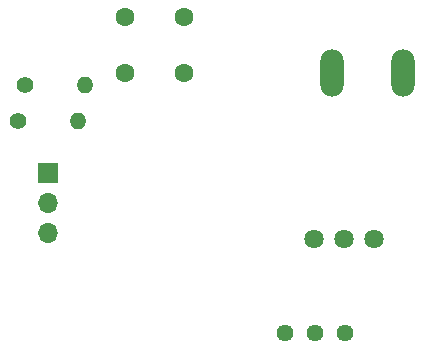
<source format=gbr>
%TF.GenerationSoftware,KiCad,Pcbnew,7.0.2-0*%
%TF.CreationDate,2023-08-02T22:48:59+09:00*%
%TF.ProjectId,power_board,706f7765-725f-4626-9f61-72642e6b6963,rev?*%
%TF.SameCoordinates,Original*%
%TF.FileFunction,Soldermask,Bot*%
%TF.FilePolarity,Negative*%
%FSLAX46Y46*%
G04 Gerber Fmt 4.6, Leading zero omitted, Abs format (unit mm)*
G04 Created by KiCad (PCBNEW 7.0.2-0) date 2023-08-02 22:48:59*
%MOMM*%
%LPD*%
G01*
G04 APERTURE LIST*
%ADD10O,2.000000X4.000000*%
%ADD11C,1.440000*%
%ADD12C,1.400000*%
%ADD13O,1.400000X1.400000*%
%ADD14C,1.635000*%
%ADD15C,1.600000*%
%ADD16R,1.700000X1.700000*%
%ADD17O,1.700000X1.700000*%
G04 APERTURE END LIST*
D10*
%TO.C,SW2*%
X164000000Y-99000000D03*
X170000000Y-99000000D03*
%TD*%
D11*
%TO.C,RV1*%
X165080000Y-121000000D03*
X162540000Y-121000000D03*
X160000000Y-121000000D03*
%TD*%
D12*
%TO.C,R1*%
X138000000Y-100000000D03*
D13*
X143080000Y-100000000D03*
%TD*%
D14*
%TO.C,SW1*%
X167540000Y-113000000D03*
X165000000Y-113000000D03*
X162460000Y-113000000D03*
%TD*%
D15*
%TO.C,C1*%
X146500000Y-94250000D03*
X151500000Y-94250000D03*
%TD*%
D16*
%TO.C,J2*%
X140000000Y-107460000D03*
D17*
X140000000Y-110000000D03*
X140000000Y-112540000D03*
%TD*%
D15*
%TO.C,C2*%
X146500000Y-99000000D03*
X151500000Y-99000000D03*
%TD*%
D12*
%TO.C,R2*%
X137460000Y-103000000D03*
D13*
X142540000Y-103000000D03*
%TD*%
M02*

</source>
